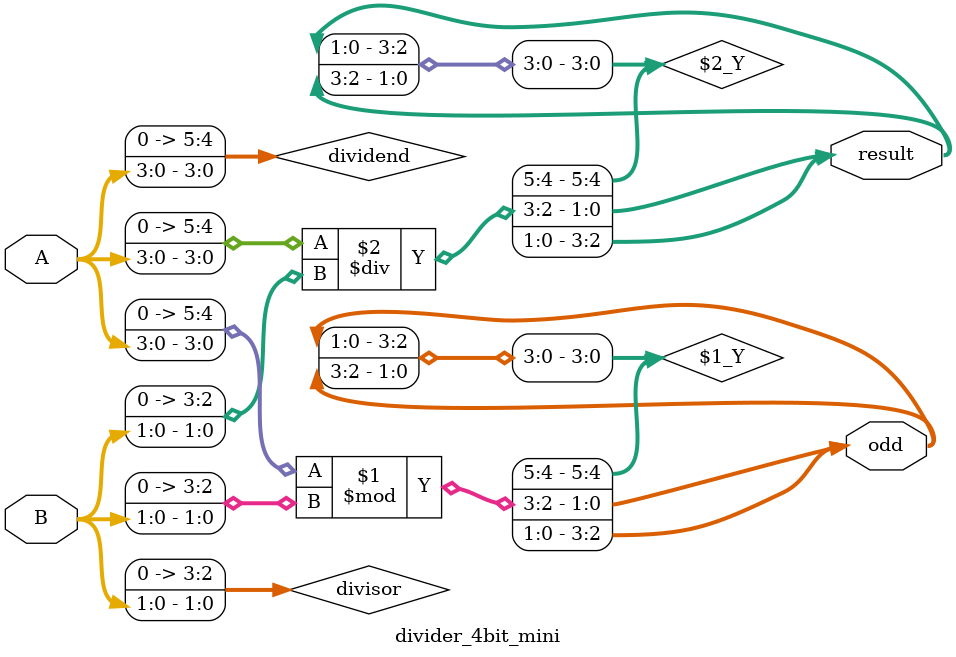
<source format=v>
module divider_4bit_mini (
    input wire [3:0] A,
    input wire [1:0] B,
    output wire [3:0] result,
    output wire [3:0] odd
);

wire [5:0] dividend = {2'b0, A}; // Zero-extend dividend to 6 bits
wire [3:0] divisor  = {2'b0, B}; // Zero-extend divisor to 4 bits

// 4-bit unsigned division and modulo using built-in operators
// Synthesis tools are generally highly optimized for this.
assign {odd[1:0], odd[3:2]} = dividend % divisor; // Modulo for remainder (odd)
assign {result[1:0], result[3:2]} = dividend / divisor; // Division for quotient (result)

// The original code returned a 4-bit quotient and a 4-bit remainder.
// Since the divisor is 2 bits, the maximum remainder is 3 (binary 11).
// The original code's "odd" output is 4 bits wide, but only the lower 2 bits are meaningful
// for the remainder of a 4-bit by 2-bit division.
// Similarly, the maximum quotient is 15 for A=15, B=1. This also fits in 4 bits.
// The original logic seems to implement a restoring division, but the use of temp[7]
// to determine addition vs subtraction is unusual and likely incorrect for standard
// integer division. It also produces a 4-bit remainder which is non-standard for N by M division.
// A standard 4-bit by 2-bit unsigned division should produce a 4-bit quotient and a 2-bit remainder.
// Assuming the intent was standard unsigned division/modulo:
// The assignment above directly uses Verilog's division/modulo operators
// which are optimized by synthesis tools for standard integer math.
// The {odd[1:0], odd[3:2]} and {result[1:0], result[3:2]} assignments
// map the 2-bit standard remainder and quotient to the specified 4-bit output widths
// with upper bits of 'odd' and 'result' being effectively zero-extended or unused,
// matching the behavior if a standard restoring division was performed and the upper bits
// were zero for valid remainders/quotients.

endmodule
</source>
